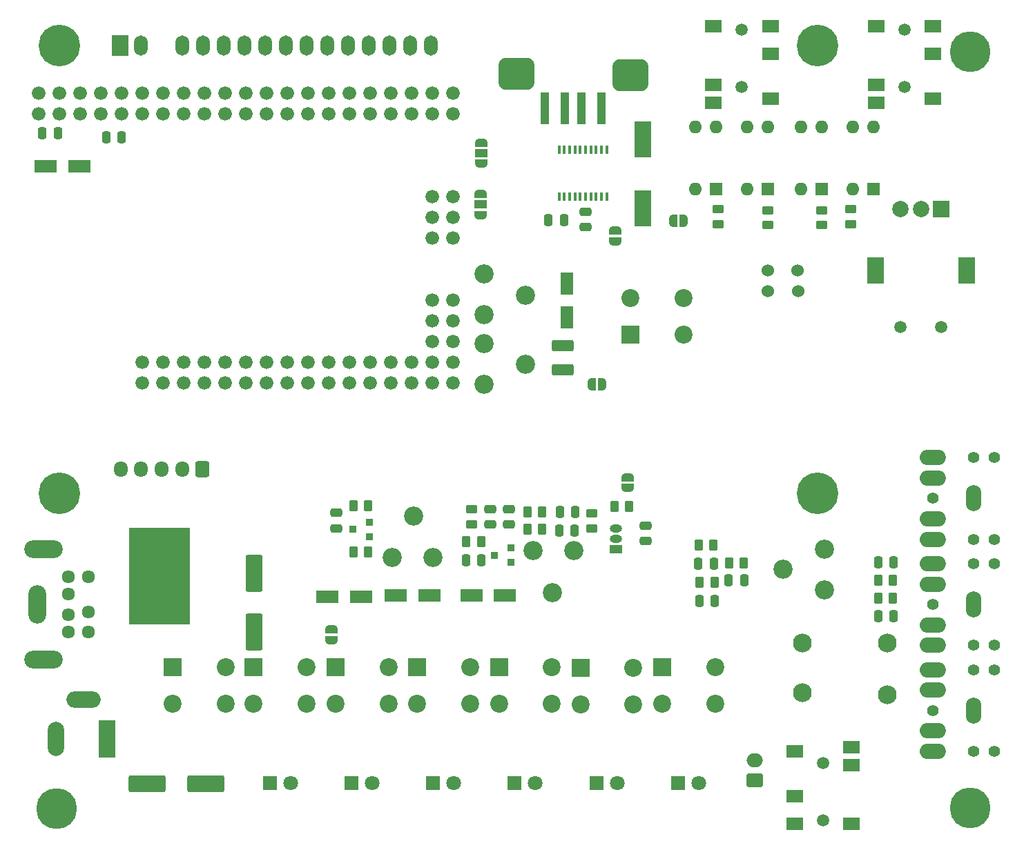
<source format=gbr>
%TF.GenerationSoftware,KiCad,Pcbnew,(6.0.11-0)*%
%TF.CreationDate,2023-05-23T17:58:13+02:00*%
%TF.ProjectId,Keyer_MEGA2560,4b657965-725f-44d4-9547-41323536302e,rev?*%
%TF.SameCoordinates,Original*%
%TF.FileFunction,Soldermask,Bot*%
%TF.FilePolarity,Negative*%
%FSLAX46Y46*%
G04 Gerber Fmt 4.6, Leading zero omitted, Abs format (unit mm)*
G04 Created by KiCad (PCBNEW (6.0.11-0)) date 2023-05-23 17:58:13*
%MOMM*%
%LPD*%
G01*
G04 APERTURE LIST*
G04 Aperture macros list*
%AMRoundRect*
0 Rectangle with rounded corners*
0 $1 Rounding radius*
0 $2 $3 $4 $5 $6 $7 $8 $9 X,Y pos of 4 corners*
0 Add a 4 corners polygon primitive as box body*
4,1,4,$2,$3,$4,$5,$6,$7,$8,$9,$2,$3,0*
0 Add four circle primitives for the rounded corners*
1,1,$1+$1,$2,$3*
1,1,$1+$1,$4,$5*
1,1,$1+$1,$6,$7*
1,1,$1+$1,$8,$9*
0 Add four rect primitives between the rounded corners*
20,1,$1+$1,$2,$3,$4,$5,0*
20,1,$1+$1,$4,$5,$6,$7,0*
20,1,$1+$1,$6,$7,$8,$9,0*
20,1,$1+$1,$8,$9,$2,$3,0*%
%AMFreePoly0*
4,1,22,0.550000,-0.750000,0.000000,-0.750000,0.000000,-0.745033,-0.079941,-0.743568,-0.215256,-0.701293,-0.333266,-0.622738,-0.424486,-0.514219,-0.481581,-0.384460,-0.499164,-0.250000,-0.500000,-0.250000,-0.500000,0.250000,-0.499164,0.250000,-0.499963,0.256109,-0.478152,0.396186,-0.417904,0.524511,-0.324060,0.630769,-0.204165,0.706417,-0.067858,0.745374,0.000000,0.744959,0.000000,0.750000,
0.550000,0.750000,0.550000,-0.750000,0.550000,-0.750000,$1*%
%AMFreePoly1*
4,1,20,0.000000,0.744959,0.073905,0.744508,0.209726,0.703889,0.328688,0.626782,0.421226,0.519385,0.479903,0.390333,0.500000,0.250000,0.500000,-0.250000,0.499851,-0.262216,0.476331,-0.402017,0.414519,-0.529596,0.319384,-0.634700,0.198574,-0.708877,0.061801,-0.746166,0.000000,-0.745033,0.000000,-0.750000,-0.550000,-0.750000,-0.550000,0.750000,0.000000,0.750000,0.000000,0.744959,
0.000000,0.744959,$1*%
%AMFreePoly2*
4,1,22,0.500000,-0.750000,0.000000,-0.750000,0.000000,-0.745033,-0.079941,-0.743568,-0.215256,-0.701293,-0.333266,-0.622738,-0.424486,-0.514219,-0.481581,-0.384460,-0.499164,-0.250000,-0.500000,-0.250000,-0.500000,0.250000,-0.499164,0.250000,-0.499963,0.256109,-0.478152,0.396186,-0.417904,0.524511,-0.324060,0.630769,-0.204165,0.706417,-0.067858,0.745374,0.000000,0.744959,0.000000,0.750000,
0.500000,0.750000,0.500000,-0.750000,0.500000,-0.750000,$1*%
%AMFreePoly3*
4,1,20,0.000000,0.744959,0.073905,0.744508,0.209726,0.703889,0.328688,0.626782,0.421226,0.519385,0.479903,0.390333,0.500000,0.250000,0.500000,-0.250000,0.499851,-0.262216,0.476331,-0.402017,0.414519,-0.529596,0.319384,-0.634700,0.198574,-0.708877,0.061801,-0.746166,0.000000,-0.745033,0.000000,-0.750000,-0.500000,-0.750000,-0.500000,0.750000,0.000000,0.750000,0.000000,0.744959,
0.000000,0.744959,$1*%
G04 Aperture macros list end*
%ADD10C,3.600000*%
%ADD11C,5.000000*%
%ADD12R,2.200000X2.200000*%
%ADD13C,2.200000*%
%ADD14R,1.800000X1.800000*%
%ADD15C,1.800000*%
%ADD16R,2.000000X2.000000*%
%ADD17C,2.000000*%
%ADD18R,2.000000X3.200000*%
%ADD19C,1.500000*%
%ADD20R,2.000000X2.500000*%
%ADD21O,1.700000X2.500000*%
%ADD22C,5.100000*%
%ADD23R,7.493000X11.811000*%
%ADD24RoundRect,0.250000X-0.262500X-0.450000X0.262500X-0.450000X0.262500X0.450000X-0.262500X0.450000X0*%
%ADD25RoundRect,0.250000X-1.137500X-0.550000X1.137500X-0.550000X1.137500X0.550000X-1.137500X0.550000X0*%
%ADD26RoundRect,0.250000X0.262500X0.450000X-0.262500X0.450000X-0.262500X-0.450000X0.262500X-0.450000X0*%
%ADD27R,1.500000X1.000000*%
%ADD28O,1.500000X1.000000*%
%ADD29RoundRect,0.250000X0.475000X-0.250000X0.475000X0.250000X-0.475000X0.250000X-0.475000X-0.250000X0*%
%ADD30RoundRect,0.250000X-0.450000X0.262500X-0.450000X-0.262500X0.450000X-0.262500X0.450000X0.262500X0*%
%ADD31C,1.610360*%
%ADD32O,2.203200X4.703200*%
%ADD33O,4.703200X2.203200*%
%ADD34FreePoly0,90.000000*%
%ADD35FreePoly1,90.000000*%
%ADD36FreePoly2,270.000000*%
%ADD37FreePoly3,270.000000*%
%ADD38R,1.600000X1.600000*%
%ADD39O,1.600000X1.600000*%
%ADD40R,2.000000X4.600000*%
%ADD41O,2.000000X4.200000*%
%ADD42O,4.200000X2.000000*%
%ADD43RoundRect,0.250001X-1.074999X0.462499X-1.074999X-0.462499X1.074999X-0.462499X1.074999X0.462499X0*%
%ADD44RoundRect,0.250000X0.600000X0.725000X-0.600000X0.725000X-0.600000X-0.725000X0.600000X-0.725000X0*%
%ADD45O,1.700000X1.950000*%
%ADD46RoundRect,0.250000X0.750000X-0.600000X0.750000X0.600000X-0.750000X0.600000X-0.750000X-0.600000X0*%
%ADD47O,2.000000X1.700000*%
%ADD48C,2.340000*%
%ADD49FreePoly2,0.000000*%
%ADD50FreePoly3,0.000000*%
%ADD51RoundRect,0.250000X-0.250000X-0.475000X0.250000X-0.475000X0.250000X0.475000X-0.250000X0.475000X0*%
%ADD52RoundRect,0.250001X-1.999999X-0.799999X1.999999X-0.799999X1.999999X0.799999X-1.999999X0.799999X0*%
%ADD53R,2.000000X1.500000*%
%ADD54RoundRect,0.250000X1.137500X0.550000X-1.137500X0.550000X-1.137500X-0.550000X1.137500X-0.550000X0*%
%ADD55C,1.676400*%
%ADD56R,0.400000X1.000000*%
%ADD57RoundRect,0.250000X0.250000X0.475000X-0.250000X0.475000X-0.250000X-0.475000X0.250000X-0.475000X0*%
%ADD58RoundRect,0.250000X0.450000X-0.262500X0.450000X0.262500X-0.450000X0.262500X-0.450000X-0.262500X0*%
%ADD59R,1.100000X4.000000*%
%ADD60RoundRect,0.984250X-1.238250X-0.984250X1.238250X-0.984250X1.238250X0.984250X-1.238250X0.984250X0*%
%ADD61C,2.301240*%
%ADD62R,2.000000X4.500000*%
%ADD63RoundRect,0.250001X-0.799999X1.999999X-0.799999X-1.999999X0.799999X-1.999999X0.799999X1.999999X0*%
%ADD64C,1.524000*%
%ADD65R,0.914400X0.914400*%
%ADD66RoundRect,0.250000X-0.475000X0.250000X-0.475000X-0.250000X0.475000X-0.250000X0.475000X0.250000X0*%
%ADD67C,1.402080*%
%ADD68O,1.903200X3.203200*%
%ADD69O,3.203200X1.903200*%
%ADD70RoundRect,0.250000X0.550000X-1.137500X0.550000X1.137500X-0.550000X1.137500X-0.550000X-1.137500X0*%
%ADD71FreePoly2,90.000000*%
%ADD72FreePoly3,90.000000*%
G04 APERTURE END LIST*
D10*
%TO.C,H2*%
X291464160Y-78174000D03*
D11*
X291464160Y-78174000D03*
%TD*%
D12*
%TO.C,S4*%
X223723200Y-153720800D03*
D13*
X230223200Y-153720800D03*
X223723200Y-158220800D03*
X230223200Y-158220800D03*
%TD*%
D12*
%TO.C,S5*%
X233730800Y-153720800D03*
D13*
X240230800Y-153720800D03*
X233730800Y-158220800D03*
X240230800Y-158220800D03*
%TD*%
D12*
%TO.C,S3*%
X213714160Y-153724000D03*
D13*
X220214160Y-153724000D03*
X213714160Y-158224000D03*
X220214160Y-158224000D03*
%TD*%
D14*
%TO.C,D2*%
X235661200Y-167944299D03*
D15*
X238201200Y-167944299D03*
%TD*%
D12*
%TO.C,S6*%
X243714160Y-153756800D03*
D13*
X250214160Y-153756800D03*
X243714160Y-158256800D03*
X250214160Y-158256800D03*
%TD*%
D12*
%TO.C,S8*%
X253747200Y-153724000D03*
D13*
X260247200Y-153724000D03*
X253747200Y-158224000D03*
X260247200Y-158224000D03*
%TD*%
D14*
%TO.C,D1*%
X245714600Y-167894000D03*
D15*
X248254600Y-167894000D03*
%TD*%
D14*
%TO.C,D4*%
X215682661Y-167894000D03*
D15*
X218222661Y-167894000D03*
%TD*%
D16*
%TO.C,SW2*%
X287964160Y-97474000D03*
D17*
X282964160Y-97474000D03*
X285464160Y-97474000D03*
D18*
X279864160Y-104974000D03*
X291064160Y-104974000D03*
D19*
X287964160Y-111974000D03*
X282964160Y-111974000D03*
%TD*%
D20*
%TO.C,DS1*%
X187314000Y-77421500D03*
D21*
X189854000Y-77421500D03*
X194934000Y-77421500D03*
X197474000Y-77421500D03*
X200014000Y-77421500D03*
X202554000Y-77421500D03*
X205094000Y-77421500D03*
X207634000Y-77421500D03*
X210174000Y-77421500D03*
X212714000Y-77421500D03*
X215254000Y-77421500D03*
X217794000Y-77421500D03*
X220334000Y-77421500D03*
X222874000Y-77421500D03*
X225414000Y-77421500D03*
D22*
X179814000Y-77381500D03*
X272814000Y-77381500D03*
X179814000Y-132381500D03*
X272814000Y-132381500D03*
%TD*%
D23*
%TO.C,U2*%
X192087500Y-142557500D03*
%TD*%
D12*
%TO.C,S1*%
X193727000Y-153724000D03*
D13*
X200227000Y-153724000D03*
X193727000Y-158224000D03*
X200227000Y-158224000D03*
%TD*%
D14*
%TO.C,D3*%
X225653600Y-167944299D03*
D15*
X228193600Y-167944299D03*
%TD*%
D12*
%TO.C,S2*%
X203633000Y-153724000D03*
D13*
X210133000Y-153724000D03*
X203633000Y-158224000D03*
X210133000Y-158224000D03*
%TD*%
D14*
%TO.C,D6*%
X205684200Y-167894000D03*
D15*
X208224200Y-167894000D03*
%TD*%
D10*
%TO.C,H1*%
X291494160Y-170992800D03*
D11*
X291494160Y-170992800D03*
%TD*%
%TO.C,H3*%
X179527200Y-171094400D03*
D10*
X179527200Y-171094400D03*
%TD*%
D14*
%TO.C,D5*%
X255722200Y-167894000D03*
D15*
X258262200Y-167894000D03*
%TD*%
D24*
%TO.C,R11*%
X258318000Y-143256000D03*
X260143000Y-143256000D03*
%TD*%
D25*
%TO.C,C34*%
X221076500Y-144907000D03*
X225201500Y-144907000D03*
%TD*%
D26*
%TO.C,R28*%
X239037500Y-136779000D03*
X237212500Y-136779000D03*
%TD*%
D27*
%TO.C,Q1*%
X248031000Y-139192000D03*
D28*
X248031000Y-137922000D03*
X248031000Y-136652000D03*
%TD*%
D29*
%TO.C,C27*%
X251708000Y-138237000D03*
X251708000Y-136337000D03*
%TD*%
D30*
%TO.C,R18*%
X273304000Y-97639500D03*
X273304000Y-99464500D03*
%TD*%
D25*
%TO.C,C19*%
X178150500Y-92202000D03*
X182275500Y-92202000D03*
%TD*%
D31*
%TO.C,J3*%
X180889910Y-147297140D03*
X180889910Y-144701260D03*
X180889910Y-142600680D03*
X180889910Y-149397720D03*
X183389270Y-142600680D03*
X183389270Y-146898360D03*
X183389270Y-149397720D03*
D32*
X177090070Y-145999200D03*
D33*
X177887630Y-152747980D03*
X177887630Y-139250420D03*
%TD*%
D34*
%TO.C,JP3*%
X231546400Y-91927200D03*
D27*
X231546400Y-90627200D03*
D35*
X231546400Y-89327200D03*
%TD*%
D36*
%TO.C,JP7*%
X247954800Y-100137200D03*
D37*
X247954800Y-101437200D03*
%TD*%
D34*
%TO.C,JP2*%
X231495600Y-98226400D03*
D27*
X231495600Y-96926400D03*
D35*
X231495600Y-95626400D03*
%TD*%
D38*
%TO.C,U6*%
X273309000Y-94986000D03*
D39*
X270769000Y-94986000D03*
X270769000Y-87366000D03*
X273309000Y-87366000D03*
%TD*%
D40*
%TO.C,J2*%
X185674000Y-162474000D03*
D41*
X179374000Y-162474000D03*
D42*
X182774000Y-157674000D03*
%TD*%
D43*
%TO.C,L1*%
X241554000Y-114209500D03*
X241554000Y-117184500D03*
%TD*%
D29*
%TO.C,C29*%
X234950000Y-136205000D03*
X234950000Y-134305000D03*
%TD*%
D12*
%TO.C,S7*%
X249861000Y-112867000D03*
D13*
X256361000Y-112867000D03*
X249861000Y-108367000D03*
X256361000Y-108367000D03*
%TD*%
D44*
%TO.C,J6*%
X197358000Y-129387600D03*
D45*
X194858000Y-129387600D03*
X192358000Y-129387600D03*
X189858000Y-129387600D03*
X187358000Y-129387600D03*
%TD*%
D26*
%TO.C,R30*%
X231544500Y-138303000D03*
X229719500Y-138303000D03*
%TD*%
D46*
%TO.C,J7*%
X265095000Y-167620000D03*
D47*
X265095000Y-165120000D03*
%TD*%
D48*
%TO.C,RV4*%
X220639000Y-140233500D03*
X223239000Y-135133500D03*
X225639000Y-140233500D03*
%TD*%
D49*
%TO.C,JP4*%
X245095000Y-118999000D03*
D50*
X246395000Y-118999000D03*
%TD*%
D51*
%TO.C,C14*%
X258153500Y-140970000D03*
X260053500Y-140970000D03*
%TD*%
D52*
%TO.C,C7*%
X190583000Y-168021000D03*
X197783000Y-168021000D03*
%TD*%
D48*
%TO.C,RV5*%
X242911000Y-139420500D03*
X240311000Y-144520500D03*
X237911000Y-139420500D03*
%TD*%
D38*
%TO.C,U4*%
X266705000Y-94986000D03*
D39*
X264165000Y-94986000D03*
X264165000Y-87366000D03*
X266705000Y-87366000D03*
%TD*%
D30*
%TO.C,R20*%
X276860000Y-97512500D03*
X276860000Y-99337500D03*
%TD*%
D19*
%TO.C,J10*%
X263499600Y-82464600D03*
X263499600Y-75464600D03*
D53*
X266999600Y-75064600D03*
X259999600Y-75064600D03*
X266999600Y-78464600D03*
X259999600Y-82264600D03*
X259999600Y-84464600D03*
X266999600Y-83964600D03*
%TD*%
D54*
%TO.C,C36*%
X216819500Y-145034000D03*
X212694500Y-145034000D03*
%TD*%
D29*
%TO.C,C30*%
X232664000Y-136205000D03*
X232664000Y-134305000D03*
%TD*%
D48*
%TO.C,RV3*%
X231876500Y-113959000D03*
X236976500Y-116559000D03*
X231876500Y-118959000D03*
%TD*%
D55*
%TO.C,U3*%
X184924760Y-83213500D03*
X184924760Y-85753500D03*
X182384760Y-83213500D03*
X182384760Y-85753500D03*
X228104760Y-100993500D03*
X190004760Y-118773500D03*
X190004760Y-116233500D03*
X192544760Y-118773500D03*
X192544760Y-116233500D03*
X195084760Y-118773500D03*
X195084760Y-116233500D03*
X197624760Y-118773500D03*
X197624760Y-116233500D03*
X200164760Y-118773500D03*
X200164760Y-116233500D03*
X202704760Y-118773500D03*
X202704760Y-116233500D03*
X205244760Y-118773500D03*
X205244760Y-116233500D03*
X207784760Y-118773500D03*
X207784760Y-116233500D03*
X187464760Y-85753500D03*
X192544760Y-85753500D03*
X192544760Y-83213500D03*
X195084760Y-85753500D03*
X195084760Y-83213500D03*
X197624760Y-85753500D03*
X197624760Y-83213500D03*
X200164760Y-85753500D03*
X200164760Y-83213500D03*
X202704760Y-85753500D03*
X202704760Y-83213500D03*
X205244760Y-85753500D03*
X205244760Y-83213500D03*
X207784760Y-85753500D03*
X207784760Y-83213500D03*
X210324760Y-85753500D03*
X210324760Y-83213500D03*
X212864760Y-85753500D03*
X212864760Y-83213500D03*
X215404760Y-85753500D03*
X215404760Y-83213500D03*
X217944760Y-85753500D03*
X217944760Y-83213500D03*
X220484760Y-85753500D03*
X220484760Y-83213500D03*
X223024760Y-85753500D03*
X223024760Y-83213500D03*
X225564760Y-85753500D03*
X225564760Y-83213500D03*
X228104760Y-85753500D03*
X228104760Y-83213500D03*
X210324760Y-118773500D03*
X210324760Y-116233500D03*
X212864760Y-118773500D03*
X212864760Y-116233500D03*
X215404760Y-118773500D03*
X215404760Y-116233500D03*
X217944760Y-118773500D03*
X217944760Y-116233500D03*
X220484760Y-118773500D03*
X220484760Y-116233500D03*
X223024760Y-118773500D03*
X223024760Y-116233500D03*
X225564760Y-118773500D03*
X225564760Y-116233500D03*
X228104760Y-118773500D03*
X228104760Y-116233500D03*
X228104760Y-113693500D03*
X225564760Y-113693500D03*
X228104760Y-111153500D03*
X225564760Y-111153500D03*
X228104760Y-108613500D03*
X225564760Y-108613500D03*
X179844760Y-83213500D03*
X179844760Y-85753500D03*
X228104760Y-95913500D03*
X225564760Y-100993500D03*
X228104760Y-98453500D03*
X187464760Y-83213500D03*
X225564760Y-95913500D03*
X190004760Y-85753500D03*
X225564760Y-98453500D03*
X190004760Y-83213500D03*
X177304760Y-83213500D03*
X177304760Y-85753500D03*
%TD*%
D51*
%TO.C,C3*%
X280228000Y-147421600D03*
X282128000Y-147421600D03*
%TD*%
D56*
%TO.C,U1*%
X241086420Y-90165600D03*
X241736420Y-90165600D03*
X242386420Y-90165600D03*
X243036420Y-90165600D03*
X243686420Y-90165600D03*
X244336420Y-90165600D03*
X244986420Y-90165600D03*
X245636420Y-90165600D03*
X246286420Y-90165600D03*
X246936420Y-90165600D03*
X246936420Y-95965600D03*
X246286420Y-95965600D03*
X245636420Y-95965600D03*
X244986420Y-95965600D03*
X244336420Y-95965600D03*
X243686420Y-95965600D03*
X243036420Y-95965600D03*
X242386420Y-95965600D03*
X241736420Y-95965600D03*
X241086420Y-95965600D03*
%TD*%
D38*
%TO.C,U5*%
X260355000Y-94986000D03*
D39*
X257815000Y-94986000D03*
X257815000Y-87366000D03*
X260355000Y-87366000D03*
%TD*%
D57*
%TO.C,C20*%
X179639000Y-88138000D03*
X177739000Y-88138000D03*
%TD*%
D58*
%TO.C,R27*%
X245104000Y-136652000D03*
X245104000Y-134827000D03*
%TD*%
D59*
%TO.C,J1*%
X239324000Y-85124400D03*
X241824000Y-85124400D03*
X243824000Y-85124400D03*
X246324000Y-85124400D03*
D60*
X249809000Y-81024400D03*
X235839000Y-80924400D03*
%TD*%
D36*
%TO.C,JP6*%
X213207600Y-149057600D03*
D37*
X213207600Y-150357600D03*
%TD*%
D30*
%TO.C,R17*%
X266700000Y-97639500D03*
X266700000Y-99464500D03*
%TD*%
D61*
%TO.C,T1*%
X281345640Y-150723600D03*
X281330400Y-157073600D03*
X270916400Y-156819600D03*
X270916400Y-150723600D03*
%TD*%
D62*
%TO.C,Y1*%
X251377420Y-88917200D03*
X251377420Y-97417200D03*
%TD*%
D51*
%TO.C,C38*%
X258280500Y-145542000D03*
X260180500Y-145542000D03*
%TD*%
D63*
%TO.C,C16*%
X203708000Y-142196000D03*
X203708000Y-149396000D03*
%TD*%
D64*
%TO.C,J14*%
X270383000Y-107569000D03*
X270363000Y-105029000D03*
%TD*%
D57*
%TO.C,C10*%
X241684820Y-98806000D03*
X239784820Y-98806000D03*
%TD*%
D19*
%TO.C,J11*%
X283464000Y-82456000D03*
X283464000Y-75456000D03*
D53*
X286964000Y-75056000D03*
X279964000Y-75056000D03*
X286964000Y-78456000D03*
X279964000Y-82256000D03*
X279964000Y-84456000D03*
X286964000Y-83956000D03*
%TD*%
D24*
%TO.C,R32*%
X215876500Y-139573000D03*
X217701500Y-139573000D03*
%TD*%
D64*
%TO.C,J13*%
X266700000Y-107569000D03*
X266680000Y-105029000D03*
%TD*%
D51*
%TO.C,C18*%
X185552000Y-88696800D03*
X187452000Y-88696800D03*
%TD*%
D26*
%TO.C,R5*%
X282039700Y-143052800D03*
X280214700Y-143052800D03*
%TD*%
D65*
%TO.C,Q2*%
X217805000Y-135890000D03*
X217805000Y-137668000D03*
X215788240Y-136779000D03*
%TD*%
D19*
%TO.C,J9*%
X273456400Y-165498800D03*
X273456400Y-172498800D03*
D53*
X269956400Y-172898800D03*
X276956400Y-172898800D03*
X269956400Y-169498800D03*
X276956400Y-165698800D03*
X276956400Y-163498800D03*
X269956400Y-163998800D03*
%TD*%
D66*
%TO.C,C35*%
X213741000Y-134747000D03*
X213741000Y-136647000D03*
%TD*%
D29*
%TO.C,C17*%
X244348000Y-99705200D03*
X244348000Y-97805200D03*
%TD*%
D51*
%TO.C,C5*%
X280228000Y-140868400D03*
X282128000Y-140868400D03*
%TD*%
D26*
%TO.C,R31*%
X217701500Y-133858000D03*
X215876500Y-133858000D03*
%TD*%
D38*
%TO.C,U7*%
X279659000Y-94986000D03*
D39*
X277119000Y-94986000D03*
X277119000Y-87366000D03*
X279659000Y-87366000D03*
%TD*%
D57*
%TO.C,C32*%
X231582000Y-140589000D03*
X229682000Y-140589000D03*
%TD*%
D48*
%TO.C,RV2*%
X231876500Y-105450000D03*
X236976500Y-108050000D03*
X231876500Y-110450000D03*
%TD*%
D24*
%TO.C,R25*%
X247874500Y-134010400D03*
X249699500Y-134010400D03*
%TD*%
D67*
%TO.C,J12*%
X291938710Y-164002720D03*
X294438070Y-154005280D03*
X294438070Y-164002720D03*
X291938710Y-154005280D03*
X286939990Y-159004000D03*
D68*
X291938710Y-159004000D03*
D69*
X286939990Y-154005280D03*
X286939990Y-164002720D03*
X286939990Y-161503360D03*
X286939990Y-156504640D03*
%TD*%
D49*
%TO.C,JP1*%
X255077200Y-98933000D03*
D50*
X256377200Y-98933000D03*
%TD*%
D67*
%TO.C,J5*%
X286948880Y-145999200D03*
X294446960Y-150997920D03*
X291947600Y-150997920D03*
X294446960Y-141000480D03*
X291947600Y-141000480D03*
D68*
X291947600Y-145999200D03*
D69*
X286948880Y-141000480D03*
X286948880Y-150997920D03*
X286948880Y-148498560D03*
X286948880Y-143499840D03*
%TD*%
D26*
%TO.C,R8*%
X263736500Y-140887750D03*
X261911500Y-140887750D03*
%TD*%
D24*
%TO.C,R26*%
X237212500Y-134620000D03*
X239037500Y-134620000D03*
%TD*%
D26*
%TO.C,R4*%
X282039700Y-145237200D03*
X280214700Y-145237200D03*
%TD*%
%TO.C,R12*%
X260016000Y-138684000D03*
X258191000Y-138684000D03*
%TD*%
D51*
%TO.C,C12*%
X261874000Y-143046750D03*
X263774000Y-143046750D03*
%TD*%
D70*
%TO.C,C21*%
X242062000Y-110774500D03*
X242062000Y-106649500D03*
%TD*%
D51*
%TO.C,C31*%
X241112000Y-136906000D03*
X243012000Y-136906000D03*
%TD*%
D67*
%TO.C,J4*%
X286939990Y-132994400D03*
X291938710Y-137993120D03*
X294438070Y-137993120D03*
X291938710Y-127995680D03*
X294438070Y-127995680D03*
D68*
X291938710Y-132994400D03*
D69*
X286939990Y-127995680D03*
X286939990Y-137993120D03*
X286939990Y-135493760D03*
X286939990Y-130495040D03*
%TD*%
D54*
%TO.C,C33*%
X234472500Y-144907000D03*
X230347500Y-144907000D03*
%TD*%
D30*
%TO.C,R19*%
X260604000Y-97489000D03*
X260604000Y-99314000D03*
%TD*%
D71*
%TO.C,JP5*%
X249549000Y-131714000D03*
D72*
X249549000Y-130414000D03*
%TD*%
D48*
%TO.C,RV1*%
X273659700Y-144232000D03*
X268559700Y-141632000D03*
X273659700Y-139232000D03*
%TD*%
D58*
%TO.C,R29*%
X230378000Y-136167500D03*
X230378000Y-134342500D03*
%TD*%
D57*
%TO.C,C28*%
X243078000Y-134620000D03*
X241178000Y-134620000D03*
%TD*%
D65*
%TO.C,Q6*%
X235204000Y-139065000D03*
X235204000Y-140843000D03*
X233187240Y-139954000D03*
%TD*%
M02*

</source>
